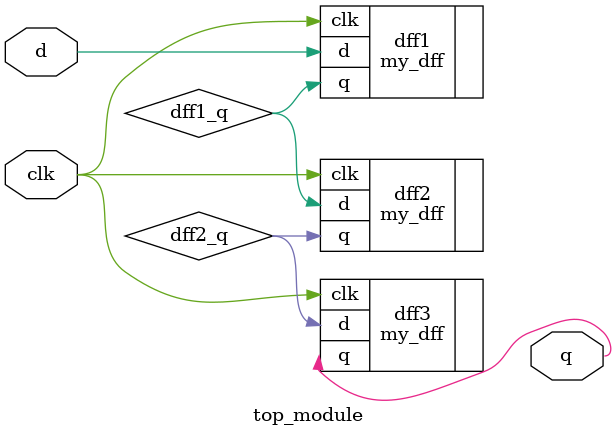
<source format=v>
module top_module ( input clk,
                    input d,
                    output q );

    wire dff1_q;
    wire dff2_q;
    my_dff dff1 ( .clk(clk), .d(d),      .q(dff1_q) );
    my_dff dff2 ( .clk(clk), .d(dff1_q), .q(dff2_q) );
    my_dff dff3 ( .clk(clk), .d(dff2_q), .q(q)      );

endmodule

/* another example
module top_module (
	input clk,
	input d,
	output q
);

	wire a, b;	// Create two wires. I called them a and b.

	// Create three instances of my_dff, with three different instance names (d1, d2, and d3).
	// Connect ports by position: ( input clk, input d, output q)
	my_dff d1 ( clk, d, a );
	my_dff d2 ( clk, a, b );
	my_dff d3 ( clk, b, q );

endmodule
*/

</source>
